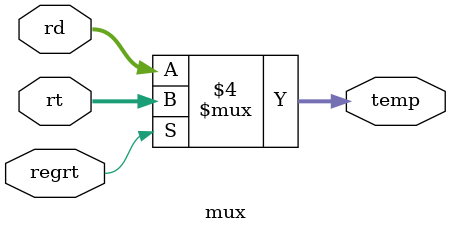
<source format=v>
`timescale 1ns / 1ps


module top(clk,LED);
    input clk;
    output LED;
    wire [31:0] value;
    wire [5:0] op,func;
    wire [4:0] rd,rt,rs;
    wire [3:0] aluc;
    wire [3:0] ealuc;
    wire [31:0] qa,qb;
    wire wreg;
    wire m2reg;
    wire wmem;
    wire aluimm;
    wire regrt;
    wire mwreg;
    wire mm2reg;
    wire mwmem;
    wire [4:0] mtemp;
    wire [4:0] wtemp;
    wire [31:0] mr;
    wire [31:0] wr,wdo;
    wire [31:0] mqb;
    wire [31:0] pc;
    wire [31:0] b;
    wire [31:0] r;
    wire [31:0] SignExtend;
    wire [15:0] imm;
    wire [31:0] do;
    wire ewreg,em2reg,ewmem,ealuimm;
    wire wwreg,wm2reg;
    wire [31:0] eqa,eqb;
    wire [31:0] eSignExtend;
    wire [4:0] temp;
    wire [4:0] etemp;
    wire [31:0] nextpc;
    wire [31:0] d;
    assign SignExtend = {{16{imm[15]}},imm[15:0]};
    program_counter p1(clk,pc);
    assign LED = (pc >= 32'd128) ? 1 : 0;
    instMem i1(pc,value);
    IFID r2(clk,value,op,func,rs,rt,rd,imm);
    regfile r1(clk,rs,rt,wwreg,wtemp,d,qa,qb);
    control_unit c1(op,func,wreg,m2reg,wmem,aluc,aluimm,regrt);
    mux m1(rd,rt,temp,regrt);
    IDEXE r3(clk,wreg,m2reg,wmem,aluc,aluimm,qa,qb,SignExtend,
    ewreg,em2reg,ewmem,ealuc,ealuimm,eqa,eqb,eSignExtend,temp,etemp);
    Multiplex m2(ealuimm,eqb,eSignExtend,b);
    ALU a1(ealuc,eqa,b,r);
    EXEMEM r4(clk,ewreg,em2reg,ewmem,etemp,r,eqb,mwreg,mm2reg,mwmem,mtemp,mr,mqb);
    Datamem d1(mwmem,mr,mqb,do);
    MEMWB r5(clk,mwreg,mm2reg,mtemp,mr,do,wwreg,wm2reg,wtemp,wr,wdo);
    Multi m3(wm2reg,wr,wdo,d);
endmodule
module mux(rd,rt,temp,regrt);
    input [4:0] rd,rt;
    input regrt;
    output reg [4:0] temp;
    always @(*) begin
    if (regrt == 0)
    begin
    temp <= rd;
    end
    else begin
    temp <= rt;
    end
    end
endmodule
</source>
